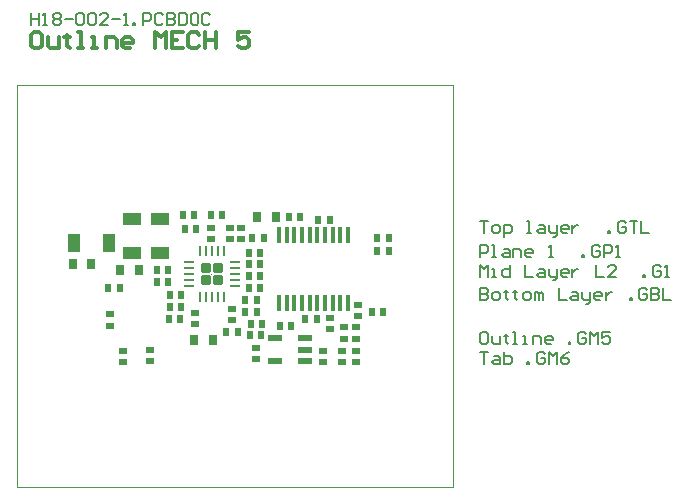
<source format=gtp>
G04 Layer_Color=8421504*
%FSLAX42Y42*%
%MOMM*%
G71*
G01*
G75*
G04:AMPARAMS|DCode=10|XSize=0.57mm|YSize=0.65mm|CornerRadius=0.06mm|HoleSize=0mm|Usage=FLASHONLY|Rotation=180.000|XOffset=0mm|YOffset=0mm|HoleType=Round|Shape=RoundedRectangle|*
%AMROUNDEDRECTD10*
21,1,0.57,0.54,0,0,180.0*
21,1,0.46,0.65,0,0,180.0*
1,1,0.12,-0.23,0.27*
1,1,0.12,0.23,0.27*
1,1,0.12,0.23,-0.27*
1,1,0.12,-0.23,-0.27*
%
%ADD10ROUNDEDRECTD10*%
G04:AMPARAMS|DCode=11|XSize=0.57mm|YSize=0.65mm|CornerRadius=0.06mm|HoleSize=0mm|Usage=FLASHONLY|Rotation=90.000|XOffset=0mm|YOffset=0mm|HoleType=Round|Shape=RoundedRectangle|*
%AMROUNDEDRECTD11*
21,1,0.57,0.54,0,0,90.0*
21,1,0.46,0.65,0,0,90.0*
1,1,0.12,0.27,0.23*
1,1,0.12,0.27,-0.23*
1,1,0.12,-0.27,-0.23*
1,1,0.12,-0.27,0.23*
%
%ADD11ROUNDEDRECTD11*%
%ADD15R,1.60X1.05*%
%ADD16R,0.70X0.90*%
%ADD17R,1.05X1.60*%
G04:AMPARAMS|DCode=18|XSize=0.25mm|YSize=0.9mm|CornerRadius=0.06mm|HoleSize=0mm|Usage=FLASHONLY|Rotation=0.000|XOffset=0mm|YOffset=0mm|HoleType=Round|Shape=RoundedRectangle|*
%AMROUNDEDRECTD18*
21,1,0.25,0.78,0,0,0.0*
21,1,0.13,0.90,0,0,0.0*
1,1,0.13,0.06,-0.39*
1,1,0.13,-0.06,-0.39*
1,1,0.13,-0.06,0.39*
1,1,0.13,0.06,0.39*
%
%ADD18ROUNDEDRECTD18*%
G04:AMPARAMS|DCode=19|XSize=0.25mm|YSize=0.9mm|CornerRadius=0.06mm|HoleSize=0mm|Usage=FLASHONLY|Rotation=90.000|XOffset=0mm|YOffset=0mm|HoleType=Round|Shape=RoundedRectangle|*
%AMROUNDEDRECTD19*
21,1,0.25,0.78,0,0,90.0*
21,1,0.13,0.90,0,0,90.0*
1,1,0.13,0.39,0.06*
1,1,0.13,0.39,-0.06*
1,1,0.13,-0.39,-0.06*
1,1,0.13,-0.39,0.06*
%
%ADD19ROUNDEDRECTD19*%
%ADD21R,1.22X0.62*%
G04:AMPARAMS|DCode=22|XSize=1.35mm|YSize=0.4mm|CornerRadius=0.06mm|HoleSize=0mm|Usage=FLASHONLY|Rotation=270.000|XOffset=0mm|YOffset=0mm|HoleType=Round|Shape=RoundedRectangle|*
%AMROUNDEDRECTD22*
21,1,1.35,0.28,0,0,270.0*
21,1,1.23,0.40,0,0,270.0*
1,1,0.12,-0.14,-0.61*
1,1,0.12,-0.14,0.61*
1,1,0.12,0.14,0.61*
1,1,0.12,0.14,-0.61*
%
%ADD22ROUNDEDRECTD22*%
%ADD24C,0.30*%
%ADD25C,0.20*%
%ADD27C,0.10*%
G04:AMPARAMS|DCode=44|XSize=0.8mm|YSize=0.8mm|CornerRadius=0.12mm|HoleSize=0mm|Usage=FLASHONLY|Rotation=0.000|XOffset=0mm|YOffset=0mm|HoleType=Round|Shape=RoundedRectangle|*
%AMROUNDEDRECTD44*
21,1,0.80,0.56,0,0,0.0*
21,1,0.56,0.80,0,0,0.0*
1,1,0.24,0.28,-0.28*
1,1,0.24,-0.28,-0.28*
1,1,0.24,-0.28,0.28*
1,1,0.24,0.28,0.28*
%
%ADD44ROUNDEDRECTD44*%
G04:AMPARAMS|DCode=45|XSize=0.1mm|YSize=0.1mm|CornerRadius=0mm|HoleSize=0mm|Usage=FLASHONLY|Rotation=0.000|XOffset=0mm|YOffset=0mm|HoleType=Round|Shape=RoundedRectangle|*
%AMROUNDEDRECTD45*
21,1,0.10,0.10,0,0,0.0*
21,1,0.10,0.10,0,0,0.0*
1,1,0.00,0.05,-0.05*
1,1,0.00,-0.05,-0.05*
1,1,0.00,-0.05,0.05*
1,1,0.00,0.05,0.05*
%
%ADD45ROUNDEDRECTD45*%
G54D10*
X1685Y380D02*
D03*
X1590D02*
D03*
X1543Y580D02*
D03*
X1638D02*
D03*
X1348Y1300D02*
D03*
X1252D02*
D03*
X888Y730D02*
D03*
X793D02*
D03*
Y830D02*
D03*
X888D02*
D03*
X998Y620D02*
D03*
X902D02*
D03*
X998Y520D02*
D03*
X902D02*
D03*
X2258Y1260D02*
D03*
X2162D02*
D03*
X2052Y420D02*
D03*
X2148D02*
D03*
X1127Y1180D02*
D03*
X1032D02*
D03*
X1667Y980D02*
D03*
X1573D02*
D03*
X1912Y1280D02*
D03*
X2008D02*
D03*
X1667Y880D02*
D03*
X1573D02*
D03*
X478Y680D02*
D03*
X383D02*
D03*
X1667Y780D02*
D03*
X1573D02*
D03*
X1667Y680D02*
D03*
X1573D02*
D03*
X2758Y990D02*
D03*
X2662D02*
D03*
X2758Y1100D02*
D03*
X2662D02*
D03*
X893Y420D02*
D03*
X988D02*
D03*
X1677Y280D02*
D03*
X1582D02*
D03*
X1833Y360D02*
D03*
X1927D02*
D03*
X1698Y1100D02*
D03*
X1602D02*
D03*
X1012Y1300D02*
D03*
X1107D02*
D03*
X2612Y480D02*
D03*
X2708D02*
D03*
X1543D02*
D03*
X1638D02*
D03*
X1477Y310D02*
D03*
X1382D02*
D03*
G54D11*
X510Y148D02*
D03*
Y52D02*
D03*
X1430Y507D02*
D03*
Y412D02*
D03*
X400Y457D02*
D03*
Y362D02*
D03*
X1510Y1188D02*
D03*
Y1093D02*
D03*
X1250Y1188D02*
D03*
Y1093D02*
D03*
X1410Y1188D02*
D03*
Y1093D02*
D03*
X1120Y468D02*
D03*
Y372D02*
D03*
X2480Y52D02*
D03*
Y148D02*
D03*
X2260Y333D02*
D03*
Y428D02*
D03*
X2480Y253D02*
D03*
Y347D02*
D03*
X2380Y253D02*
D03*
Y347D02*
D03*
X1630Y82D02*
D03*
Y177D02*
D03*
X2360Y148D02*
D03*
Y52D02*
D03*
X2200D02*
D03*
Y148D02*
D03*
X2500Y445D02*
D03*
Y540D02*
D03*
X740Y158D02*
D03*
Y62D02*
D03*
G54D15*
X580Y975D02*
D03*
Y1265D02*
D03*
X820Y975D02*
D03*
Y1265D02*
D03*
G54D16*
X480Y830D02*
D03*
X640D02*
D03*
X1270Y240D02*
D03*
X1110D02*
D03*
X1800Y1280D02*
D03*
X1640D02*
D03*
X80Y880D02*
D03*
X240D02*
D03*
G54D17*
X95Y1060D02*
D03*
X385D02*
D03*
G54D18*
X1160Y993D02*
D03*
X1210D02*
D03*
X1260D02*
D03*
X1310D02*
D03*
X1360D02*
D03*
Y607D02*
D03*
X1310D02*
D03*
X1260D02*
D03*
X1210D02*
D03*
X1160D02*
D03*
G54D19*
X1452Y900D02*
D03*
Y850D02*
D03*
Y800D02*
D03*
Y750D02*
D03*
Y700D02*
D03*
X1068D02*
D03*
Y750D02*
D03*
Y800D02*
D03*
Y850D02*
D03*
Y900D02*
D03*
G54D21*
X1793Y255D02*
D03*
X2047Y160D02*
D03*
X1793Y65D02*
D03*
X2047Y255D02*
D03*
Y65D02*
D03*
G54D22*
X2412Y1127D02*
D03*
X2348D02*
D03*
X2283D02*
D03*
X2217D02*
D03*
X2152D02*
D03*
X2088D02*
D03*
X2023D02*
D03*
X1958D02*
D03*
X1892D02*
D03*
X1827D02*
D03*
Y553D02*
D03*
X1892D02*
D03*
X1958D02*
D03*
X2023D02*
D03*
X2088D02*
D03*
X2152D02*
D03*
X2217D02*
D03*
X2283D02*
D03*
X2348D02*
D03*
X2412D02*
D03*
G54D24*
X-200Y2850D02*
X-247D01*
X-270Y2827D01*
Y2733D01*
X-247Y2710D01*
X-200D01*
X-177Y2733D01*
Y2827D01*
X-200Y2850D01*
X-130Y2803D02*
Y2733D01*
X-107Y2710D01*
X-37D01*
Y2803D01*
X33Y2827D02*
Y2803D01*
X10D01*
X57D01*
X33D01*
Y2733D01*
X57Y2710D01*
X127D02*
X173D01*
X150D01*
Y2850D01*
X127D01*
X243Y2710D02*
X290D01*
X266D01*
Y2803D01*
X243D01*
X360Y2710D02*
Y2803D01*
X430D01*
X453Y2780D01*
Y2710D01*
X570D02*
X523D01*
X500Y2733D01*
Y2780D01*
X523Y2803D01*
X570D01*
X593Y2780D01*
Y2757D01*
X500D01*
X780Y2710D02*
Y2850D01*
X826Y2803D01*
X873Y2850D01*
Y2710D01*
X1013Y2850D02*
X920D01*
Y2710D01*
X1013D01*
X920Y2780D02*
X966D01*
X1153Y2827D02*
X1130Y2850D01*
X1083D01*
X1060Y2827D01*
Y2733D01*
X1083Y2710D01*
X1130D01*
X1153Y2733D01*
X1200Y2850D02*
Y2710D01*
Y2780D01*
X1293D01*
Y2850D01*
Y2710D01*
X1573Y2850D02*
X1479D01*
Y2780D01*
X1526Y2803D01*
X1549D01*
X1573Y2780D01*
Y2733D01*
X1549Y2710D01*
X1503D01*
X1479Y2733D01*
G54D25*
X3530Y1248D02*
X3597D01*
X3563D01*
Y1148D01*
X3647D02*
X3680D01*
X3697Y1164D01*
Y1198D01*
X3680Y1214D01*
X3647D01*
X3630Y1198D01*
Y1164D01*
X3647Y1148D01*
X3730Y1114D02*
Y1214D01*
X3780D01*
X3797Y1198D01*
Y1164D01*
X3780Y1148D01*
X3730D01*
X3930D02*
X3963D01*
X3947D01*
Y1248D01*
X3930D01*
X4030Y1214D02*
X4063D01*
X4080Y1198D01*
Y1148D01*
X4030D01*
X4013Y1164D01*
X4030Y1181D01*
X4080D01*
X4113Y1214D02*
Y1164D01*
X4130Y1148D01*
X4180D01*
Y1131D01*
X4163Y1114D01*
X4146D01*
X4180Y1148D02*
Y1214D01*
X4263Y1148D02*
X4230D01*
X4213Y1164D01*
Y1198D01*
X4230Y1214D01*
X4263D01*
X4280Y1198D01*
Y1181D01*
X4213D01*
X4313Y1214D02*
Y1148D01*
Y1181D01*
X4330Y1198D01*
X4346Y1214D01*
X4363D01*
X4613Y1148D02*
Y1164D01*
X4630D01*
Y1148D01*
X4613D01*
X4763Y1231D02*
X4746Y1248D01*
X4713D01*
X4696Y1231D01*
Y1164D01*
X4713Y1148D01*
X4746D01*
X4763Y1164D01*
Y1198D01*
X4730D01*
X4796Y1248D02*
X4863D01*
X4830D01*
Y1148D01*
X4896Y1248D02*
Y1148D01*
X4963D01*
X3530Y946D02*
Y1046D01*
X3580D01*
X3597Y1030D01*
Y996D01*
X3580Y980D01*
X3530D01*
X3630Y946D02*
X3663D01*
X3647D01*
Y1046D01*
X3630D01*
X3730Y1013D02*
X3763D01*
X3780Y996D01*
Y946D01*
X3730D01*
X3713Y963D01*
X3730Y980D01*
X3780D01*
X3813Y946D02*
Y1013D01*
X3863D01*
X3880Y996D01*
Y946D01*
X3963D02*
X3930D01*
X3913Y963D01*
Y996D01*
X3930Y1013D01*
X3963D01*
X3980Y996D01*
Y980D01*
X3913D01*
X4113Y946D02*
X4146D01*
X4130D01*
Y1046D01*
X4113Y1030D01*
X4396Y946D02*
Y963D01*
X4413D01*
Y946D01*
X4396D01*
X4546Y1030D02*
X4530Y1046D01*
X4496D01*
X4480Y1030D01*
Y963D01*
X4496Y946D01*
X4530D01*
X4546Y963D01*
Y996D01*
X4513D01*
X4580Y946D02*
Y1046D01*
X4630D01*
X4646Y1030D01*
Y996D01*
X4630Y980D01*
X4580D01*
X4680Y946D02*
X4713D01*
X4696D01*
Y1046D01*
X4680Y1030D01*
X3530Y778D02*
Y878D01*
X3563Y845D01*
X3597Y878D01*
Y778D01*
X3630D02*
X3663D01*
X3647D01*
Y845D01*
X3630D01*
X3780Y878D02*
Y778D01*
X3730D01*
X3713Y795D01*
Y828D01*
X3730Y845D01*
X3780D01*
X3913Y878D02*
Y778D01*
X3980D01*
X4030Y845D02*
X4063D01*
X4080Y828D01*
Y778D01*
X4030D01*
X4013Y795D01*
X4030Y812D01*
X4080D01*
X4113Y845D02*
Y795D01*
X4130Y778D01*
X4180D01*
Y762D01*
X4163Y745D01*
X4146D01*
X4180Y778D02*
Y845D01*
X4263Y778D02*
X4230D01*
X4213Y795D01*
Y828D01*
X4230Y845D01*
X4263D01*
X4280Y828D01*
Y812D01*
X4213D01*
X4313Y845D02*
Y778D01*
Y812D01*
X4330Y828D01*
X4346Y845D01*
X4363D01*
X4513Y878D02*
Y778D01*
X4580D01*
X4680D02*
X4613D01*
X4680Y845D01*
Y862D01*
X4663Y878D01*
X4630D01*
X4613Y862D01*
X4913Y778D02*
Y795D01*
X4930D01*
Y778D01*
X4913D01*
X5063Y862D02*
X5046Y878D01*
X5013D01*
X4996Y862D01*
Y795D01*
X5013Y778D01*
X5046D01*
X5063Y795D01*
Y828D01*
X5030D01*
X5096Y778D02*
X5129D01*
X5113D01*
Y878D01*
X5096Y862D01*
X3530Y677D02*
Y577D01*
X3580D01*
X3597Y594D01*
Y611D01*
X3580Y627D01*
X3530D01*
X3580D01*
X3597Y644D01*
Y661D01*
X3580Y677D01*
X3530D01*
X3647Y577D02*
X3680D01*
X3697Y594D01*
Y627D01*
X3680Y644D01*
X3647D01*
X3630Y627D01*
Y594D01*
X3647Y577D01*
X3747Y661D02*
Y644D01*
X3730D01*
X3763D01*
X3747D01*
Y594D01*
X3763Y577D01*
X3830Y661D02*
Y644D01*
X3813D01*
X3847D01*
X3830D01*
Y594D01*
X3847Y577D01*
X3913D02*
X3947D01*
X3963Y594D01*
Y627D01*
X3947Y644D01*
X3913D01*
X3897Y627D01*
Y594D01*
X3913Y577D01*
X3997D02*
Y644D01*
X4013D01*
X4030Y627D01*
Y577D01*
Y627D01*
X4047Y644D01*
X4063Y627D01*
Y577D01*
X4196Y677D02*
Y577D01*
X4263D01*
X4313Y644D02*
X4346D01*
X4363Y627D01*
Y577D01*
X4313D01*
X4296Y594D01*
X4313Y611D01*
X4363D01*
X4396Y644D02*
Y594D01*
X4413Y577D01*
X4463D01*
Y561D01*
X4446Y544D01*
X4430D01*
X4463Y577D02*
Y644D01*
X4546Y577D02*
X4513D01*
X4496Y594D01*
Y627D01*
X4513Y644D01*
X4546D01*
X4563Y627D01*
Y611D01*
X4496D01*
X4596Y644D02*
Y577D01*
Y611D01*
X4613Y627D01*
X4630Y644D01*
X4646D01*
X4796Y577D02*
Y594D01*
X4813D01*
Y577D01*
X4796D01*
X4946Y661D02*
X4930Y677D01*
X4896D01*
X4880Y661D01*
Y594D01*
X4896Y577D01*
X4930D01*
X4946Y594D01*
Y627D01*
X4913D01*
X4980Y677D02*
Y577D01*
X5030D01*
X5046Y594D01*
Y611D01*
X5030Y627D01*
X4980D01*
X5030D01*
X5046Y644D01*
Y661D01*
X5030Y677D01*
X4980D01*
X5080D02*
Y577D01*
X5146D01*
X3580Y308D02*
X3547D01*
X3530Y291D01*
Y225D01*
X3547Y208D01*
X3580D01*
X3597Y225D01*
Y291D01*
X3580Y308D01*
X3630Y275D02*
Y225D01*
X3647Y208D01*
X3697D01*
Y275D01*
X3747Y291D02*
Y275D01*
X3730D01*
X3763D01*
X3747D01*
Y225D01*
X3763Y208D01*
X3813D02*
X3847D01*
X3830D01*
Y308D01*
X3813D01*
X3897Y208D02*
X3930D01*
X3913D01*
Y275D01*
X3897D01*
X3980Y208D02*
Y275D01*
X4030D01*
X4047Y258D01*
Y208D01*
X4130D02*
X4096D01*
X4080Y225D01*
Y258D01*
X4096Y275D01*
X4130D01*
X4146Y258D01*
Y241D01*
X4080D01*
X4280Y208D02*
Y225D01*
X4296D01*
Y208D01*
X4280D01*
X4430Y291D02*
X4413Y308D01*
X4380D01*
X4363Y291D01*
Y225D01*
X4380Y208D01*
X4413D01*
X4430Y225D01*
Y258D01*
X4396D01*
X4463Y208D02*
Y308D01*
X4496Y275D01*
X4530Y308D01*
Y208D01*
X4630Y308D02*
X4563D01*
Y258D01*
X4596Y275D01*
X4613D01*
X4630Y258D01*
Y225D01*
X4613Y208D01*
X4580D01*
X4563Y225D01*
X3530Y140D02*
X3597D01*
X3563D01*
Y40D01*
X3647Y107D02*
X3680D01*
X3697Y90D01*
Y40D01*
X3647D01*
X3630Y57D01*
X3647Y73D01*
X3697D01*
X3730Y140D02*
Y40D01*
X3780D01*
X3797Y57D01*
Y73D01*
Y90D01*
X3780Y107D01*
X3730D01*
X3930Y40D02*
Y57D01*
X3947D01*
Y40D01*
X3930D01*
X4080Y123D02*
X4063Y140D01*
X4030D01*
X4013Y123D01*
Y57D01*
X4030Y40D01*
X4063D01*
X4080Y57D01*
Y90D01*
X4047D01*
X4113Y40D02*
Y140D01*
X4146Y107D01*
X4180Y140D01*
Y40D01*
X4280Y140D02*
X4246Y123D01*
X4213Y90D01*
Y57D01*
X4230Y40D01*
X4263D01*
X4280Y57D01*
Y73D01*
X4263Y90D01*
X4213D01*
X-270Y3010D02*
Y2910D01*
Y2960D01*
X-203D01*
Y3010D01*
Y2910D01*
X-170D02*
X-137D01*
X-153D01*
Y3010D01*
X-170Y2993D01*
X-87D02*
X-70Y3010D01*
X-37D01*
X-20Y2993D01*
Y2977D01*
X-37Y2960D01*
X-20Y2943D01*
Y2927D01*
X-37Y2910D01*
X-70D01*
X-87Y2927D01*
Y2943D01*
X-70Y2960D01*
X-87Y2977D01*
Y2993D01*
X-70Y2960D02*
X-37D01*
X13D02*
X80D01*
X113Y2993D02*
X130Y3010D01*
X163D01*
X180Y2993D01*
Y2927D01*
X163Y2910D01*
X130D01*
X113Y2927D01*
Y2993D01*
X213D02*
X230Y3010D01*
X263D01*
X280Y2993D01*
Y2927D01*
X263Y2910D01*
X230D01*
X213Y2927D01*
Y2993D01*
X380Y2910D02*
X313D01*
X380Y2977D01*
Y2993D01*
X363Y3010D01*
X330D01*
X313Y2993D01*
X413Y2960D02*
X480D01*
X513Y2910D02*
X546D01*
X530D01*
Y3010D01*
X513Y2993D01*
X596Y2910D02*
Y2927D01*
X613D01*
Y2910D01*
X596D01*
X680D02*
Y3010D01*
X730D01*
X746Y2993D01*
Y2960D01*
X730Y2943D01*
X680D01*
X846Y2993D02*
X830Y3010D01*
X796D01*
X780Y2993D01*
Y2927D01*
X796Y2910D01*
X830D01*
X846Y2927D01*
X880Y3010D02*
Y2910D01*
X930D01*
X946Y2927D01*
Y2943D01*
X930Y2960D01*
X880D01*
X930D01*
X946Y2977D01*
Y2993D01*
X930Y3010D01*
X880D01*
X980D02*
Y2910D01*
X1030D01*
X1046Y2927D01*
Y2993D01*
X1030Y3010D01*
X980D01*
X1130D02*
X1096D01*
X1080Y2993D01*
Y2927D01*
X1096Y2910D01*
X1130D01*
X1146Y2927D01*
Y2993D01*
X1130Y3010D01*
X1246Y2993D02*
X1230Y3010D01*
X1196D01*
X1180Y2993D01*
Y2927D01*
X1196Y2910D01*
X1230D01*
X1246Y2927D01*
G54D27*
X610Y-1000D02*
X3300D01*
X-390D02*
X610D01*
X-390D02*
Y2100D01*
X3300Y-1000D02*
Y2400D01*
X-390D02*
X3300D01*
X-390Y2100D02*
Y2400D01*
G54D44*
X1310Y850D02*
D03*
X1210D02*
D03*
Y750D02*
D03*
X1310D02*
D03*
G54D45*
X1260Y800D02*
D03*
M02*

</source>
